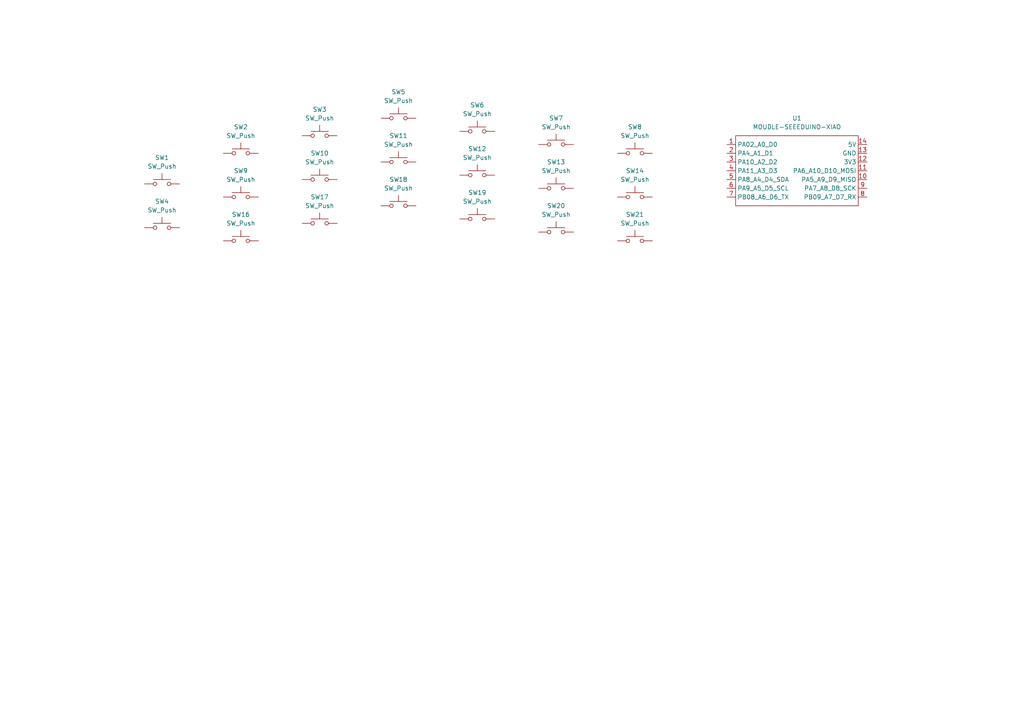
<source format=kicad_sch>
(kicad_sch (version 20250114) (generator "eeschema") (generator_version "9.0")
  (paper "A4")
  (lib_symbols
    (symbol "Switch:SW_Push" (pin_numbers (hide yes)) (pin_names (offset 1.016) (hide yes))
      (property "Reference" "SW" (at 1.27 2.54 0))
      (property "Value" "SW_Push" (at 0 -1.524 0))
      (symbol "SW_Push_0_1"
        (circle (center -2.032 0) (radius 0.508))
        (polyline (pts (xy 0 1.27) (xy 0 3.048)))
        (circle (center 2.032 0) (radius 0.508))
        (polyline (pts (xy 2.54 1.27) (xy -2.54 1.27)))
        (pin passive line (at -5.08 0 0) (length 2.54) (name "1") (number "1"))
        (pin passive line (at 5.08 0 180) (length 2.54) (name "2") (number "2"))
      )
    )
    (symbol "XIAO_RP2040:MOUDLE-SEEEDUINO-XIAO"
      (property "Reference" "U" (at -16.51 11.43 0))
      (property "Value" "MOUDLE-SEEEDUINO-XIAO" (at -3.81 -11.43 0))
      (symbol "MOUDLE-SEEEDUINO-XIAO_0_1"
        (rectangle (start -16.51 10.16) (end 19.05 -10.16))
      )
      (symbol "MOUDLE-SEEEDUINO-XIAO_1_1"
        (pin passive line (at -19.05 7.62 0) (length 2.54) (name "PA02_A0_D0") (number "1"))
        (pin passive line (at -19.05 5.08 0) (length 2.54) (name "PA4_A1_D1") (number "2"))
        (pin passive line (at -19.05 2.54 0) (length 2.54) (name "PA10_A2_D2") (number "3"))
        (pin passive line (at -19.05 0 0) (length 2.54) (name "PA11_A3_D3") (number "4"))
        (pin passive line (at -19.05 -2.54 0) (length 2.54) (name "PA8_A4_D4_SDA") (number "5"))
        (pin passive line (at -19.05 -5.08 0) (length 2.54) (name "PA9_A5_D5_SCL") (number "6"))
        (pin passive line (at -19.05 -7.62 0) (length 2.54) (name "PB08_A6_D6_TX") (number "7"))
        (pin passive line (at 21.59 7.62 180) (length 2.54) (name "5V") (number "14"))
        (pin passive line (at 21.59 5.08 180) (length 2.54) (name "GND") (number "13"))
        (pin passive line (at 21.59 2.54 180) (length 2.54) (name "3V3") (number "12"))
        (pin passive line (at 21.59 0 180) (length 2.54) (name "PA6_A10_D10_MOSI") (number "11"))
        (pin passive line (at 21.59 -2.54 180) (length 2.54) (name "PA5_A9_D9_MISO") (number "10"))
        (pin passive line (at 21.59 -5.08 180) (length 2.54) (name "PA7_A8_D8_SCK") (number "9"))
        (pin passive line (at 21.59 -7.62 180) (length 2.54) (name "PB09_A7_D7_RX") (number "8"))
      )
    )
  )
  (symbol (lib_id "Switch:SW_Push") (at 161.29 67.31 0) (unit 1)
    (property "Reference" "SW20" (at 161.29 59.69 0))
    (property "Value" "SW_Push" (at 161.29 62.23 0))
    (property "Footprint" "PCM_Switch_Keyboard_Hotswap_Kailh:SW_Hotswap_Kailh_Choc_V1V2" (effects (hide yes)))
    (property "Description" "Push button switch, generic, two pins" (effects (hide yes)))
  )
  (symbol (lib_id "Switch:SW_Push") (at 92.71 64.77 0) (unit 1)
    (property "Reference" "SW17" (at 92.71 57.15 0))
    (property "Value" "SW_Push" (at 92.71 59.69 0))
    (property "Footprint" "PCM_Switch_Keyboard_Hotswap_Kailh:SW_Hotswap_Kailh_Choc_V1V2" (effects (hide yes)))
    (property "Description" "Push button switch, generic, two pins" (effects (hide yes)))
  )
  (symbol (lib_id "Switch:SW_Push") (at 46.99 66.04 0) (unit 1)
    (property "Reference" "SW4" (at 46.99 58.42 0))
    (property "Value" "SW_Push" (at 46.99 60.96 0))
    (property "Footprint" "PCM_Switch_Keyboard_Hotswap_Kailh:SW_Hotswap_Kailh_Choc_V1V2" (effects (hide yes)))
    (property "Description" "Push button switch, generic, two pins" (effects (hide yes)))
  )
  (symbol (lib_id "Switch:SW_Push") (at 115.57 59.69 0) (unit 1)
    (property "Reference" "SW18" (at 115.57 52.07 0))
    (property "Value" "SW_Push" (at 115.57 54.61 0))
    (property "Footprint" "PCM_Switch_Keyboard_Hotswap_Kailh:SW_Hotswap_Kailh_Choc_V1V2" (effects (hide yes)))
    (property "Description" "Push button switch, generic, two pins" (effects (hide yes)))
  )
  (symbol (lib_id "XIAO_RP2040:MOUDLE-SEEEDUINO-XIAO") (at 229.87 49.53 0) (unit 1)
    (property "Reference" "U1" (at 231.14 34.29 0))
    (property "Value" "MOUDLE-SEEEDUINO-XIAO" (at 231.14 36.83 0))
  )
  (symbol (lib_id "Switch:SW_Push") (at 161.29 41.91 0) (unit 1)
    (property "Reference" "SW7" (at 161.29 34.29 0))
    (property "Value" "SW_Push" (at 161.29 36.83 0))
    (property "Footprint" "PCM_Switch_Keyboard_Hotswap_Kailh:SW_Hotswap_Kailh_Choc_V1V2" (effects (hide yes)))
    (property "Description" "Push button switch, generic, two pins" (effects (hide yes)))
  )
  (symbol (lib_id "Switch:SW_Push") (at 115.57 34.29 0) (unit 1)
    (property "Reference" "SW5" (at 115.57 26.67 0))
    (property "Value" "SW_Push" (at 115.57 29.21 0))
    (property "Footprint" "PCM_Switch_Keyboard_Hotswap_Kailh:SW_Hotswap_Kailh_Choc_V1V2" (effects (hide yes)))
    (property "Description" "Push button switch, generic, two pins" (effects (hide yes)))
  )
  (symbol (lib_id "Switch:SW_Push") (at 161.29 54.61 0) (unit 1)
    (property "Reference" "SW13" (at 161.29 46.99 0))
    (property "Value" "SW_Push" (at 161.29 49.53 0))
    (property "Footprint" "PCM_Switch_Keyboard_Hotswap_Kailh:SW_Hotswap_Kailh_Choc_V1V2" (effects (hide yes)))
    (property "Description" "Push button switch, generic, two pins" (effects (hide yes)))
  )
  (symbol (lib_id "Switch:SW_Push") (at 69.85 44.45 0) (unit 1)
    (property "Reference" "SW2" (at 69.85 36.83 0))
    (property "Value" "SW_Push" (at 69.85 39.37 0))
    (property "Footprint" "PCM_Switch_Keyboard_Hotswap_Kailh:SW_Hotswap_Kailh_Choc_V1V2" (effects (hide yes)))
    (property "Description" "Push button switch, generic, two pins" (effects (hide yes)))
  )
  (symbol (lib_id "Switch:SW_Push") (at 92.71 39.37 0) (unit 1)
    (property "Reference" "SW3" (at 92.71 31.75 0))
    (property "Value" "SW_Push" (at 92.71 34.29 0))
    (property "Footprint" "PCM_Switch_Keyboard_Hotswap_Kailh:SW_Hotswap_Kailh_Choc_V1V2" (effects (hide yes)))
    (property "Description" "Push button switch, generic, two pins" (effects (hide yes)))
  )
  (symbol (lib_id "Switch:SW_Push") (at 69.85 69.85 0) (unit 1)
    (property "Reference" "SW16" (at 69.85 62.23 0))
    (property "Value" "SW_Push" (at 69.85 64.77 0))
    (property "Footprint" "PCM_Switch_Keyboard_Hotswap_Kailh:SW_Hotswap_Kailh_Choc_V1V2" (effects (hide yes)))
    (property "Description" "Push button switch, generic, two pins" (effects (hide yes)))
  )
  (symbol (lib_id "Switch:SW_Push") (at 184.15 69.85 0) (unit 1)
    (property "Reference" "SW21" (at 184.15 62.23 0))
    (property "Value" "SW_Push" (at 184.15 64.77 0))
    (property "Footprint" "PCM_Switch_Keyboard_Hotswap_Kailh:SW_Hotswap_Kailh_Choc_V1V2" (effects (hide yes)))
    (property "Description" "Push button switch, generic, two pins" (effects (hide yes)))
  )
  (symbol (lib_id "Switch:SW_Push") (at 92.71 52.07 0) (unit 1)
    (property "Reference" "SW10" (at 92.71 44.45 0))
    (property "Value" "SW_Push" (at 92.71 46.99 0))
    (property "Footprint" "PCM_Switch_Keyboard_Hotswap_Kailh:SW_Hotswap_Kailh_Choc_V1V2" (effects (hide yes)))
    (property "Description" "Push button switch, generic, two pins" (effects (hide yes)))
  )
  (symbol (lib_id "Switch:SW_Push") (at 138.43 38.1 0) (unit 1)
    (property "Reference" "SW6" (at 138.43 30.48 0))
    (property "Value" "SW_Push" (at 138.43 33.02 0))
    (property "Footprint" "PCM_Switch_Keyboard_Hotswap_Kailh:SW_Hotswap_Kailh_Choc_V1V2" (effects (hide yes)))
    (property "Description" "Push button switch, generic, two pins" (effects (hide yes)))
  )
  (symbol (lib_id "Switch:SW_Push") (at 138.43 63.5 0) (unit 1)
    (property "Reference" "SW19" (at 138.43 55.88 0))
    (property "Value" "SW_Push" (at 138.43 58.42 0))
    (property "Footprint" "PCM_Switch_Keyboard_Hotswap_Kailh:SW_Hotswap_Kailh_Choc_V1V2" (effects (hide yes)))
    (property "Description" "Push button switch, generic, two pins" (effects (hide yes)))
  )
  (symbol (lib_id "Switch:SW_Push") (at 184.15 44.45 0) (unit 1)
    (property "Reference" "SW8" (at 184.15 36.83 0))
    (property "Value" "SW_Push" (at 184.15 39.37 0))
    (property "Footprint" "PCM_Switch_Keyboard_Hotswap_Kailh:SW_Hotswap_Kailh_Choc_V1V2" (effects (hide yes)))
    (property "Description" "Push button switch, generic, two pins" (effects (hide yes)))
  )
  (symbol (lib_id "Switch:SW_Push") (at 184.15 57.15 0) (unit 1)
    (property "Reference" "SW14" (at 184.15 49.53 0))
    (property "Value" "SW_Push" (at 184.15 52.07 0))
    (property "Footprint" "PCM_Switch_Keyboard_Hotswap_Kailh:SW_Hotswap_Kailh_Choc_V1V2" (effects (hide yes)))
    (property "Description" "Push button switch, generic, two pins" (effects (hide yes)))
  )
  (symbol (lib_id "Switch:SW_Push") (at 46.99 53.34 0) (unit 1)
    (property "Reference" "SW1" (at 46.99 45.72 0))
    (property "Value" "SW_Push" (at 46.99 48.26 0))
    (property "Footprint" "PCM_Switch_Keyboard_Hotswap_Kailh:SW_Hotswap_Kailh_Choc_V1V2" (effects (hide yes)))
    (property "Description" "Push button switch, generic, two pins" (effects (hide yes)))
  )
  (symbol (lib_id "Switch:SW_Push") (at 115.57 46.99 0) (unit 1)
    (property "Reference" "SW11" (at 115.57 39.37 0))
    (property "Value" "SW_Push" (at 115.57 41.91 0))
    (property "Footprint" "PCM_Switch_Keyboard_Hotswap_Kailh:SW_Hotswap_Kailh_Choc_V1V2" (effects (hide yes)))
    (property "Description" "Push button switch, generic, two pins" (effects (hide yes)))
  )
  (symbol (lib_id "Switch:SW_Push") (at 138.43 50.8 0) (unit 1)
    (property "Reference" "SW12" (at 138.43 43.18 0))
    (property "Value" "SW_Push" (at 138.43 45.72 0))
    (property "Footprint" "PCM_Switch_Keyboard_Hotswap_Kailh:SW_Hotswap_Kailh_Choc_V1V2" (effects (hide yes)))
    (property "Description" "Push button switch, generic, two pins" (effects (hide yes)))
  )
  (symbol (lib_id "Switch:SW_Push") (at 69.85 57.15 0) (unit 1)
    (property "Reference" "SW9" (at 69.85 49.53 0))
    (property "Value" "SW_Push" (at 69.85 52.07 0))
    (property "Footprint" "PCM_Switch_Keyboard_Hotswap_Kailh:SW_Hotswap_Kailh_Choc_V1V2" (effects (hide yes)))
    (property "Description" "Push button switch, generic, two pins" (effects (hide yes)))
  )
)
</source>
